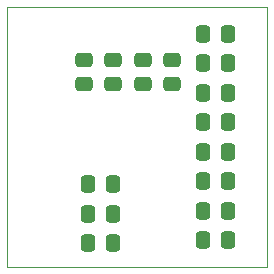
<source format=gtp>
G04 #@! TF.GenerationSoftware,KiCad,Pcbnew,(7.0.0)*
G04 #@! TF.CreationDate,2023-03-10T18:23:16+01:00*
G04 #@! TF.ProjectId,CapacitorBox0805,43617061-6369-4746-9f72-426f78303830,rev?*
G04 #@! TF.SameCoordinates,Original*
G04 #@! TF.FileFunction,Paste,Top*
G04 #@! TF.FilePolarity,Positive*
%FSLAX46Y46*%
G04 Gerber Fmt 4.6, Leading zero omitted, Abs format (unit mm)*
G04 Created by KiCad (PCBNEW (7.0.0)) date 2023-03-10 18:23:16*
%MOMM*%
%LPD*%
G01*
G04 APERTURE LIST*
G04 Aperture macros list*
%AMRoundRect*
0 Rectangle with rounded corners*
0 $1 Rounding radius*
0 $2 $3 $4 $5 $6 $7 $8 $9 X,Y pos of 4 corners*
0 Add a 4 corners polygon primitive as box body*
4,1,4,$2,$3,$4,$5,$6,$7,$8,$9,$2,$3,0*
0 Add four circle primitives for the rounded corners*
1,1,$1+$1,$2,$3*
1,1,$1+$1,$4,$5*
1,1,$1+$1,$6,$7*
1,1,$1+$1,$8,$9*
0 Add four rect primitives between the rounded corners*
20,1,$1+$1,$2,$3,$4,$5,0*
20,1,$1+$1,$4,$5,$6,$7,0*
20,1,$1+$1,$6,$7,$8,$9,0*
20,1,$1+$1,$8,$9,$2,$3,0*%
G04 Aperture macros list end*
%ADD10RoundRect,0.250000X-0.337500X-0.475000X0.337500X-0.475000X0.337500X0.475000X-0.337500X0.475000X0*%
%ADD11RoundRect,0.250000X-0.475000X0.337500X-0.475000X-0.337500X0.475000X-0.337500X0.475000X0.337500X0*%
G04 #@! TA.AperFunction,Profile*
%ADD12C,0.100000*%
G04 #@! TD*
G04 APERTURE END LIST*
D10*
X117625000Y-119750000D03*
X119700000Y-119750000D03*
X117625000Y-117250000D03*
X119700000Y-117250000D03*
D11*
X110000000Y-104462500D03*
X110000000Y-106537500D03*
X112500000Y-104462500D03*
X112500000Y-106537500D03*
X107500000Y-104462500D03*
X107500000Y-106537500D03*
D10*
X107862500Y-117500000D03*
X109937500Y-117500000D03*
D11*
X115000000Y-104462500D03*
X115000000Y-106537500D03*
D10*
X117625000Y-114750000D03*
X119700000Y-114750000D03*
X117625000Y-104750000D03*
X119700000Y-104750000D03*
X117625000Y-107250000D03*
X119700000Y-107250000D03*
X117625000Y-102250000D03*
X119700000Y-102250000D03*
X117625000Y-112250000D03*
X119700000Y-112250000D03*
X107862500Y-115000000D03*
X109937500Y-115000000D03*
X117625000Y-109750000D03*
X119700000Y-109750000D03*
X107862500Y-120000000D03*
X109937500Y-120000000D03*
D12*
X101000000Y-100000000D02*
X123000000Y-100000000D01*
X123000000Y-100000000D02*
X123000000Y-122000000D01*
X123000000Y-122000000D02*
X101000000Y-122000000D01*
X101000000Y-100000000D02*
X101000000Y-122000000D01*
M02*

</source>
